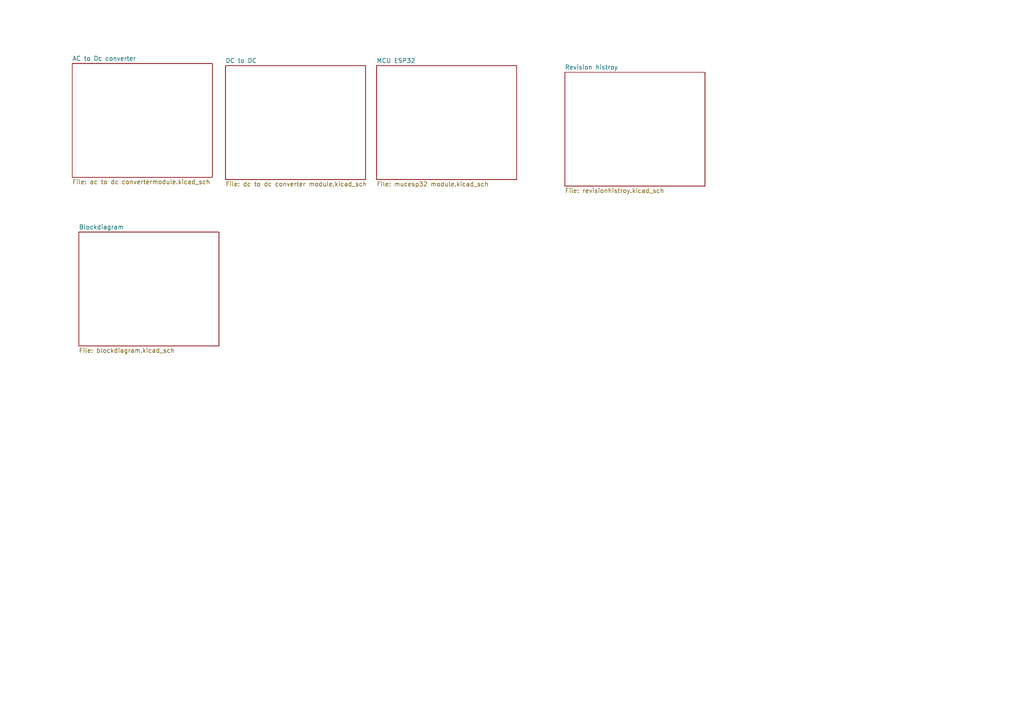
<source format=kicad_sch>
(kicad_sch
	(version 20231120)
	(generator "eeschema")
	(generator_version "8.0")
	(uuid "1d8e9714-15c6-4c13-86dc-71d462427ca7")
	(paper "A4")
	(title_block
		(title "Dimmer")
		(rev "0.1")
		(company "Gemicates Technologies Pvt Ltd,IITM Pravartak,IIT Madras Research Park,Chennai - 600113")
	)
	(lib_symbols)
	(sheet
		(at 65.405 19.05)
		(size 40.64 33.02)
		(fields_autoplaced yes)
		(stroke
			(width 0.1524)
			(type solid)
		)
		(fill
			(color 0 0 0 0.0000)
		)
		(uuid "198f7aad-94c4-4f4a-8d9c-70f34a414ef4")
		(property "Sheetname" "DC to DC "
			(at 65.405 18.3384 0)
			(effects
				(font
					(size 1.27 1.27)
				)
				(justify left bottom)
			)
		)
		(property "Sheetfile" "dc to dc converter module.kicad_sch"
			(at 65.405 52.6546 0)
			(effects
				(font
					(size 1.27 1.27)
				)
				(justify left top)
			)
		)
		(instances
			(project "ZCD"
				(path "/1d8e9714-15c6-4c13-86dc-71d462427ca7"
					(page "3")
				)
			)
		)
	)
	(sheet
		(at 20.955 18.415)
		(size 40.64 33.02)
		(fields_autoplaced yes)
		(stroke
			(width 0.1524)
			(type solid)
		)
		(fill
			(color 0 0 0 0.0000)
		)
		(uuid "4a558217-802e-4cb4-81d3-88689912e2cd")
		(property "Sheetname" "AC to Dc converter"
			(at 20.955 17.7034 0)
			(effects
				(font
					(size 1.27 1.27)
				)
				(justify left bottom)
			)
		)
		(property "Sheetfile" "ac to dc convertermodule.kicad_sch"
			(at 20.955 52.0196 0)
			(effects
				(font
					(size 1.27 1.27)
				)
				(justify left top)
			)
		)
		(instances
			(project "ZCD"
				(path "/1d8e9714-15c6-4c13-86dc-71d462427ca7"
					(page "2")
				)
			)
		)
	)
	(sheet
		(at 109.22 19.05)
		(size 40.64 33.02)
		(fields_autoplaced yes)
		(stroke
			(width 0.1524)
			(type solid)
		)
		(fill
			(color 0 0 0 0.0000)
		)
		(uuid "9cf24145-2d03-4801-9bc2-4cdc1f3c781c")
		(property "Sheetname" "MCU ESP32"
			(at 109.22 18.3384 0)
			(effects
				(font
					(size 1.27 1.27)
				)
				(justify left bottom)
			)
		)
		(property "Sheetfile" "mucesp32 module.kicad_sch"
			(at 109.22 52.6546 0)
			(effects
				(font
					(size 1.27 1.27)
				)
				(justify left top)
			)
		)
		(instances
			(project "ZCD"
				(path "/1d8e9714-15c6-4c13-86dc-71d462427ca7"
					(page "4")
				)
			)
		)
	)
	(sheet
		(at 163.83 20.955)
		(size 40.64 33.02)
		(fields_autoplaced yes)
		(stroke
			(width 0.1524)
			(type solid)
		)
		(fill
			(color 0 0 0 0.0000)
		)
		(uuid "a9c528fb-ad5f-4af4-9b3a-dbe49265101c")
		(property "Sheetname" "Revision histroy"
			(at 163.83 20.2434 0)
			(effects
				(font
					(size 1.27 1.27)
				)
				(justify left bottom)
			)
		)
		(property "Sheetfile" "revisionhistroy.kicad_sch"
			(at 163.83 54.5596 0)
			(effects
				(font
					(size 1.27 1.27)
				)
				(justify left top)
			)
		)
		(instances
			(project "ZCD"
				(path "/1d8e9714-15c6-4c13-86dc-71d462427ca7"
					(page "6")
				)
			)
		)
	)
	(sheet
		(at 22.86 67.31)
		(size 40.64 33.02)
		(fields_autoplaced yes)
		(stroke
			(width 0.1524)
			(type solid)
		)
		(fill
			(color 0 0 0 0.0000)
		)
		(uuid "d0b88952-eed8-4f12-9971-a7bf9be5b70c")
		(property "Sheetname" "Blockdiagram"
			(at 22.86 66.5984 0)
			(effects
				(font
					(size 1.27 1.27)
				)
				(justify left bottom)
			)
		)
		(property "Sheetfile" "blockdiagram.kicad_sch"
			(at 22.86 100.9146 0)
			(effects
				(font
					(size 1.27 1.27)
				)
				(justify left top)
			)
		)
		(instances
			(project "ZCD"
				(path "/1d8e9714-15c6-4c13-86dc-71d462427ca7"
					(page "5")
				)
			)
		)
	)
	(sheet_instances
		(path "/"
			(page "1")
		)
	)
)

</source>
